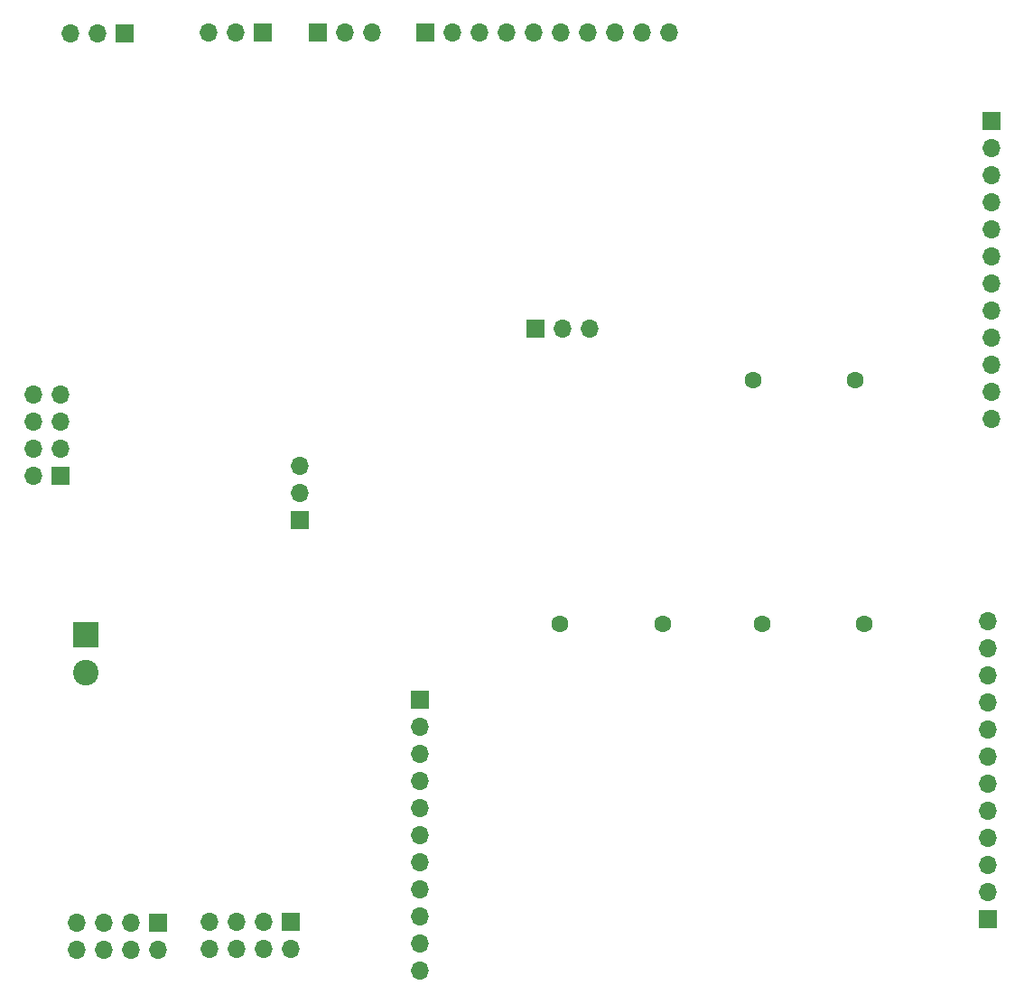
<source format=gbr>
G04 #@! TF.GenerationSoftware,KiCad,Pcbnew,(5.1.0)-1*
G04 #@! TF.CreationDate,2019-04-11T14:20:27+03:00*
G04 #@! TF.ProjectId,OF_link_CATV_tester-Aleksejsm,4f465f6c-696e-46b5-9f43-4154565f7465,rev?*
G04 #@! TF.SameCoordinates,Original*
G04 #@! TF.FileFunction,Soldermask,Bot*
G04 #@! TF.FilePolarity,Negative*
%FSLAX46Y46*%
G04 Gerber Fmt 4.6, Leading zero omitted, Abs format (unit mm)*
G04 Created by KiCad (PCBNEW (5.1.0)-1) date 2019-04-11 14:20:27*
%MOMM*%
%LPD*%
G04 APERTURE LIST*
%ADD10R,1.700000X1.700000*%
%ADD11O,1.700000X1.700000*%
%ADD12C,1.600000*%
%ADD13C,2.400000*%
%ADD14R,2.400000X2.400000*%
G04 APERTURE END LIST*
D10*
X123825000Y-108394500D03*
D11*
X126365000Y-108394500D03*
X128905000Y-108394500D03*
X80264000Y-80708500D03*
X82804000Y-80708500D03*
D10*
X85344000Y-80708500D03*
D11*
X93154500Y-80645000D03*
X95694500Y-80645000D03*
D10*
X98234500Y-80645000D03*
D11*
X108521500Y-80645000D03*
X105981500Y-80645000D03*
D10*
X103441500Y-80645000D03*
D11*
X76771500Y-114617500D03*
X79311500Y-114617500D03*
X76771500Y-117157500D03*
X79311500Y-117157500D03*
X76771500Y-119697500D03*
X79311500Y-119697500D03*
X76771500Y-122237500D03*
D10*
X79311500Y-122237500D03*
D11*
X93281500Y-166560500D03*
X93281500Y-164020500D03*
X95821500Y-166560500D03*
X95821500Y-164020500D03*
X98361500Y-166560500D03*
X98361500Y-164020500D03*
X100901500Y-166560500D03*
D10*
X100901500Y-164020500D03*
D11*
X80835500Y-166687500D03*
X80835500Y-164147500D03*
X83375500Y-166687500D03*
X83375500Y-164147500D03*
X85915500Y-166687500D03*
X85915500Y-164147500D03*
X88455500Y-166687500D03*
D10*
X88455500Y-164147500D03*
D11*
X113030000Y-168656000D03*
X113030000Y-166116000D03*
X113030000Y-163576000D03*
X113030000Y-161036000D03*
X113030000Y-158496000D03*
X113030000Y-155956000D03*
X113030000Y-153416000D03*
X113030000Y-150876000D03*
X113030000Y-148336000D03*
X113030000Y-145796000D03*
D10*
X113030000Y-143256000D03*
D12*
X126137000Y-136144000D03*
X135737000Y-136144000D03*
X153834500Y-113284000D03*
X144234500Y-113284000D03*
X145060000Y-136144000D03*
X154660000Y-136144000D03*
D11*
X166560500Y-116903500D03*
X166560500Y-114363500D03*
X166560500Y-111823500D03*
X166560500Y-109283500D03*
X166560500Y-106743500D03*
X166560500Y-104203500D03*
X166560500Y-101663500D03*
X166560500Y-99123500D03*
X166560500Y-96583500D03*
X166560500Y-94043500D03*
X166560500Y-91503500D03*
D10*
X166560500Y-88963500D03*
D11*
X166243000Y-135890000D03*
X166243000Y-138430000D03*
X166243000Y-140970000D03*
X166243000Y-143510000D03*
X166243000Y-146050000D03*
X166243000Y-148590000D03*
X166243000Y-151130000D03*
X166243000Y-153670000D03*
X166243000Y-156210000D03*
X166243000Y-158750000D03*
X166243000Y-161290000D03*
D10*
X166243000Y-163830000D03*
D11*
X101727000Y-121285000D03*
X101727000Y-123825000D03*
D10*
X101727000Y-126365000D03*
D13*
X81661000Y-140660000D03*
D14*
X81661000Y-137160000D03*
D11*
X136398000Y-80645000D03*
X133858000Y-80645000D03*
X131318000Y-80645000D03*
X128778000Y-80645000D03*
X126238000Y-80645000D03*
X123698000Y-80645000D03*
X121158000Y-80645000D03*
X118618000Y-80645000D03*
X116078000Y-80645000D03*
D10*
X113538000Y-80645000D03*
M02*

</source>
